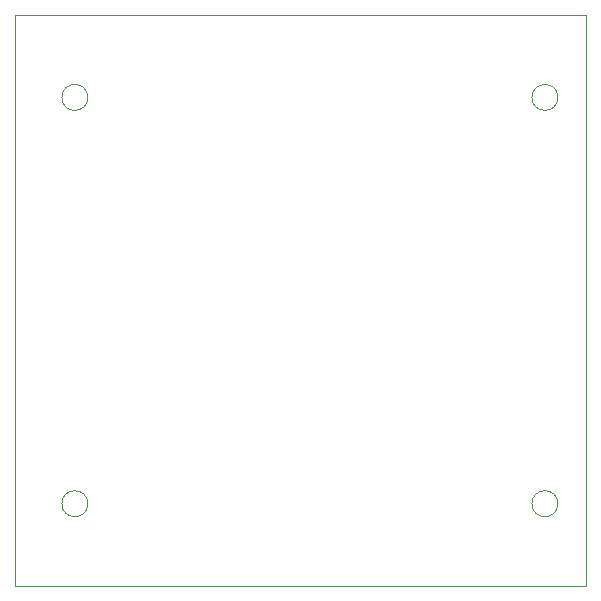
<source format=gbr>
%TF.GenerationSoftware,KiCad,Pcbnew,(5.1.4)-1*%
%TF.CreationDate,2019-12-19T17:33:09-07:00*%
%TF.ProjectId,SolarCellX_v3,536f6c61-7243-4656-9c6c-585f76332e6b,rev?*%
%TF.SameCoordinates,Original*%
%TF.FileFunction,Profile,NP*%
%FSLAX46Y46*%
G04 Gerber Fmt 4.6, Leading zero omitted, Abs format (unit mm)*
G04 Created by KiCad (PCBNEW (5.1.4)-1) date 2019-12-19 17:33:09*
%MOMM*%
%LPD*%
G04 APERTURE LIST*
%ADD10C,0.050000*%
G04 APERTURE END LIST*
D10*
X96200000Y-47000000D02*
G75*
G03X96200000Y-47000000I-1100000J0D01*
G01*
X96200000Y-81400000D02*
G75*
G03X96200000Y-81400000I-1100000J0D01*
G01*
X136000000Y-81400000D02*
G75*
G03X136000000Y-81400000I-1100000J0D01*
G01*
X136000000Y-47000000D02*
G75*
G03X136000000Y-47000000I-1100000J0D01*
G01*
X90000000Y-88400000D02*
X138400000Y-88400000D01*
X90000000Y-88400000D02*
X90000000Y-40000000D01*
X138400000Y-40000000D02*
X138400000Y-88400000D01*
X90000000Y-40000000D02*
X138400000Y-40000000D01*
M02*

</source>
